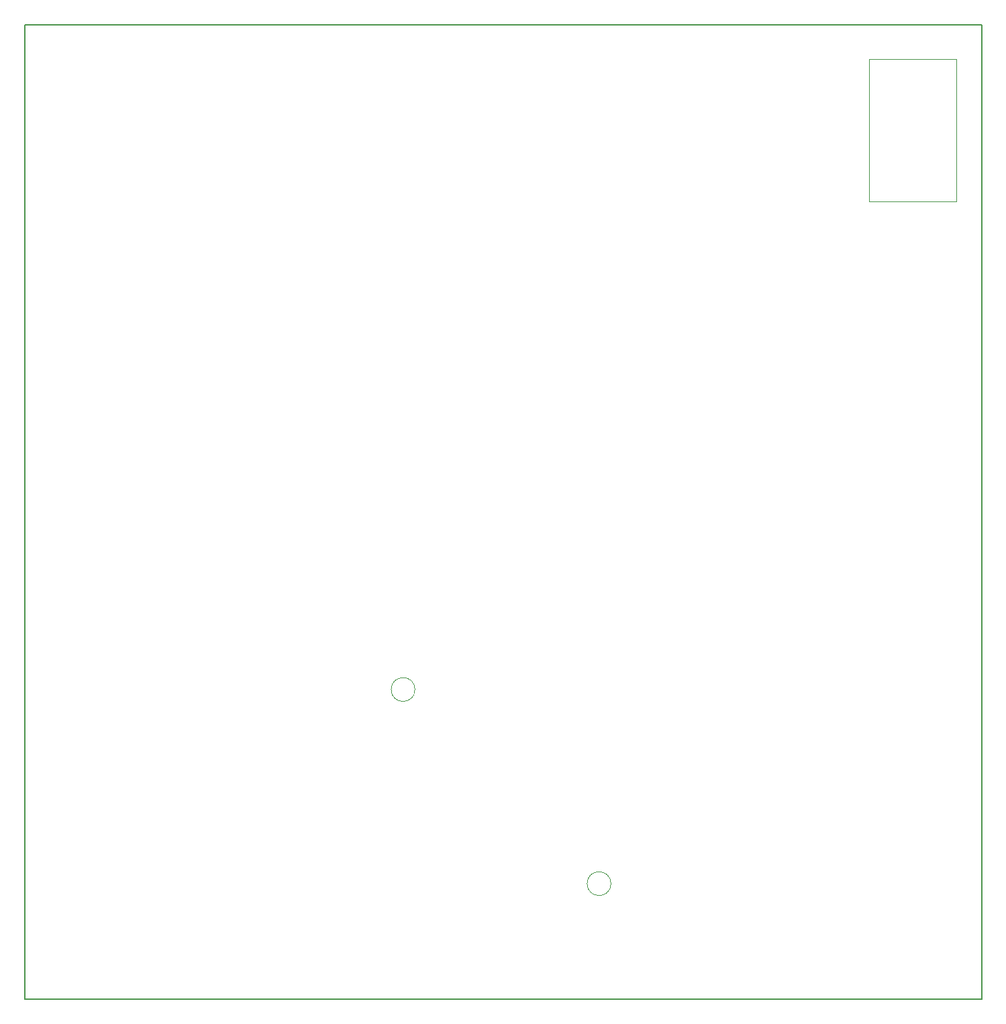
<source format=gbr>
%TF.GenerationSoftware,KiCad,Pcbnew,(6.0.10)*%
%TF.CreationDate,2023-12-01T11:32:10-03:00*%
%TF.ProjectId,ProyectoFinal_v4,50726f79-6563-4746-9f46-696e616c5f76,rev?*%
%TF.SameCoordinates,PXa28d3c2PYd524740*%
%TF.FileFunction,Profile,NP*%
%FSLAX46Y46*%
G04 Gerber Fmt 4.6, Leading zero omitted, Abs format (unit mm)*
G04 Created by KiCad (PCBNEW (6.0.10)) date 2023-12-01 11:32:10*
%MOMM*%
%LPD*%
G01*
G04 APERTURE LIST*
%TA.AperFunction,Profile*%
%ADD10C,0.150000*%
%TD*%
%TA.AperFunction,Profile*%
%ADD11C,0.120000*%
%TD*%
G04 APERTURE END LIST*
D10*
X120770000Y0D02*
X0Y0D01*
X0Y0D02*
X0Y122836000D01*
X0Y122836000D02*
X120770000Y122836000D01*
X120770000Y122836000D02*
X120770000Y0D01*
D11*
%TO.C,SW1*%
X106550190Y118553500D02*
X117550190Y118553500D01*
X117550190Y118553500D02*
X117550190Y100553500D01*
X117550190Y100553500D02*
X106550190Y100553500D01*
X106550190Y100553500D02*
X106550190Y118553500D01*
%TO.C,J14*%
X73974577Y14547403D02*
G75*
G03*
X73974577Y14547403I-1500000J0D01*
G01*
X49252144Y39026025D02*
G75*
G03*
X49252144Y39026025I-1500000J0D01*
G01*
%TD*%
M02*

</source>
